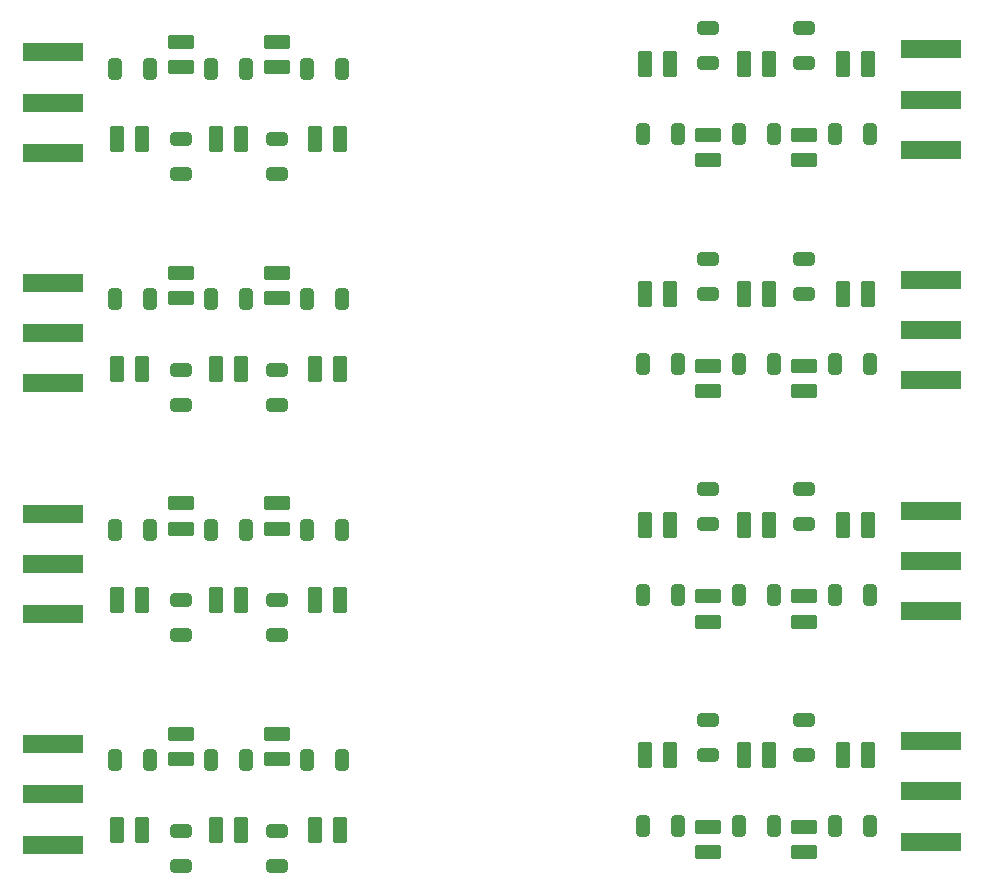
<source format=gbr>
%TF.GenerationSoftware,KiCad,Pcbnew,(6.0.10)*%
%TF.CreationDate,2023-02-03T22:17:50+05:30*%
%TF.ProjectId,Diplexer Panel,4469706c-6578-4657-9220-50616e656c2e,rev?*%
%TF.SameCoordinates,Original*%
%TF.FileFunction,Paste,Top*%
%TF.FilePolarity,Positive*%
%FSLAX46Y46*%
G04 Gerber Fmt 4.6, Leading zero omitted, Abs format (unit mm)*
G04 Created by KiCad (PCBNEW (6.0.10)) date 2023-02-03 22:17:50*
%MOMM*%
%LPD*%
G01*
G04 APERTURE LIST*
G04 Aperture macros list*
%AMRoundRect*
0 Rectangle with rounded corners*
0 $1 Rounding radius*
0 $2 $3 $4 $5 $6 $7 $8 $9 X,Y pos of 4 corners*
0 Add a 4 corners polygon primitive as box body*
4,1,4,$2,$3,$4,$5,$6,$7,$8,$9,$2,$3,0*
0 Add four circle primitives for the rounded corners*
1,1,$1+$1,$2,$3*
1,1,$1+$1,$4,$5*
1,1,$1+$1,$6,$7*
1,1,$1+$1,$8,$9*
0 Add four rect primitives between the rounded corners*
20,1,$1+$1,$2,$3,$4,$5,0*
20,1,$1+$1,$4,$5,$6,$7,0*
20,1,$1+$1,$6,$7,$8,$9,0*
20,1,$1+$1,$8,$9,$2,$3,0*%
G04 Aperture macros list end*
%ADD10RoundRect,0.250000X0.325000X0.650000X-0.325000X0.650000X-0.325000X-0.650000X0.325000X-0.650000X0*%
%ADD11RoundRect,0.250000X-0.650000X0.325000X-0.650000X-0.325000X0.650000X-0.325000X0.650000X0.325000X0*%
%ADD12RoundRect,0.250000X-0.375000X-0.850000X0.375000X-0.850000X0.375000X0.850000X-0.375000X0.850000X0*%
%ADD13RoundRect,0.250000X-0.850000X0.375000X-0.850000X-0.375000X0.850000X-0.375000X0.850000X0.375000X0*%
%ADD14RoundRect,0.250000X0.650000X-0.325000X0.650000X0.325000X-0.650000X0.325000X-0.650000X-0.325000X0*%
%ADD15RoundRect,0.250000X0.850000X-0.375000X0.850000X0.375000X-0.850000X0.375000X-0.850000X-0.375000X0*%
%ADD16R,5.080000X1.500000*%
%ADD17RoundRect,0.250000X0.375000X0.850000X-0.375000X0.850000X-0.375000X-0.850000X0.375000X-0.850000X0*%
%ADD18RoundRect,0.250000X-0.325000X-0.650000X0.325000X-0.650000X0.325000X0.650000X-0.325000X0.650000X0*%
G04 APERTURE END LIST*
D10*
%TO.C,C1*%
X135767000Y-91580000D03*
X132817000Y-91580000D03*
%TD*%
D11*
%TO.C,C2*%
X174900000Y-88167000D03*
X174900000Y-91117000D03*
%TD*%
D12*
%TO.C,L4*%
X169761000Y-71640000D03*
X171911000Y-71640000D03*
%TD*%
D13*
%TO.C,L2*%
X122100000Y-89329000D03*
X122100000Y-91479000D03*
%TD*%
D14*
%TO.C,C2*%
X130228000Y-61463000D03*
X130228000Y-58513000D03*
%TD*%
D12*
%TO.C,L3*%
X178143000Y-91166000D03*
X180293000Y-91166000D03*
%TD*%
%TO.C,L3*%
X178143000Y-32588000D03*
X180293000Y-32588000D03*
%TD*%
D13*
%TO.C,L2*%
X122100000Y-30751000D03*
X122100000Y-32901000D03*
%TD*%
D15*
%TO.C,L1*%
X166772000Y-99353000D03*
X166772000Y-97203000D03*
%TD*%
D12*
%TO.C,L3*%
X178143000Y-52114000D03*
X180293000Y-52114000D03*
%TD*%
D16*
%TO.C,2m+70cm*%
X185666500Y-55162000D03*
X185666500Y-59412000D03*
X185666500Y-50912000D03*
%TD*%
D10*
%TO.C,C2*%
X127639000Y-91580000D03*
X124689000Y-91580000D03*
%TD*%
D17*
%TO.C,L5*%
X135621000Y-97516000D03*
X133471000Y-97516000D03*
%TD*%
D18*
%TO.C,C1*%
X161233000Y-38524000D03*
X164183000Y-38524000D03*
%TD*%
D15*
%TO.C,L2*%
X174900000Y-60301000D03*
X174900000Y-58151000D03*
%TD*%
D12*
%TO.C,L5*%
X161379000Y-71640000D03*
X163529000Y-71640000D03*
%TD*%
D15*
%TO.C,L1*%
X166772000Y-79827000D03*
X166772000Y-77677000D03*
%TD*%
D11*
%TO.C,C2*%
X166772000Y-68641000D03*
X166772000Y-71591000D03*
%TD*%
D16*
%TO.C,2m+70cm*%
X111333500Y-94468000D03*
X111333500Y-98718000D03*
X111333500Y-90218000D03*
%TD*%
D14*
%TO.C,C2*%
X122100000Y-61463000D03*
X122100000Y-58513000D03*
%TD*%
D15*
%TO.C,L1*%
X166772000Y-40775000D03*
X166772000Y-38625000D03*
%TD*%
D18*
%TO.C,C3*%
X177489000Y-38524000D03*
X180439000Y-38524000D03*
%TD*%
%TO.C,C2*%
X169361000Y-58050000D03*
X172311000Y-58050000D03*
%TD*%
D17*
%TO.C,L4*%
X127239000Y-97516000D03*
X125089000Y-97516000D03*
%TD*%
%TO.C,L3*%
X118857000Y-38938000D03*
X116707000Y-38938000D03*
%TD*%
D11*
%TO.C,C2*%
X174900000Y-68641000D03*
X174900000Y-71591000D03*
%TD*%
D10*
%TO.C,C3*%
X119511000Y-33002000D03*
X116561000Y-33002000D03*
%TD*%
D18*
%TO.C,C1*%
X161233000Y-97102000D03*
X164183000Y-97102000D03*
%TD*%
D14*
%TO.C,C2*%
X130228000Y-100515000D03*
X130228000Y-97565000D03*
%TD*%
D16*
%TO.C,2m+70cm*%
X185666500Y-35636000D03*
X185666500Y-31386000D03*
X185666500Y-39886000D03*
%TD*%
D12*
%TO.C,L5*%
X161379000Y-32588000D03*
X163529000Y-32588000D03*
%TD*%
D14*
%TO.C,C2*%
X122100000Y-100515000D03*
X122100000Y-97565000D03*
%TD*%
D12*
%TO.C,L4*%
X169761000Y-91166000D03*
X171911000Y-91166000D03*
%TD*%
D10*
%TO.C,C3*%
X119511000Y-52528000D03*
X116561000Y-52528000D03*
%TD*%
D14*
%TO.C,C2*%
X130228000Y-80989000D03*
X130228000Y-78039000D03*
%TD*%
%TO.C,C2*%
X122100000Y-41937000D03*
X122100000Y-38987000D03*
%TD*%
D10*
%TO.C,C3*%
X119511000Y-72054000D03*
X116561000Y-72054000D03*
%TD*%
D12*
%TO.C,L5*%
X161379000Y-52114000D03*
X163529000Y-52114000D03*
%TD*%
D13*
%TO.C,L2*%
X122100000Y-50277000D03*
X122100000Y-52427000D03*
%TD*%
D16*
%TO.C,2m+70cm*%
X185666500Y-74688000D03*
X185666500Y-78938000D03*
X185666500Y-70438000D03*
%TD*%
D13*
%TO.C,L2*%
X122100000Y-69803000D03*
X122100000Y-71953000D03*
%TD*%
D10*
%TO.C,C2*%
X127639000Y-72054000D03*
X124689000Y-72054000D03*
%TD*%
D11*
%TO.C,C2*%
X166772000Y-88167000D03*
X166772000Y-91117000D03*
%TD*%
D14*
%TO.C,C2*%
X130228000Y-41937000D03*
X130228000Y-38987000D03*
%TD*%
D17*
%TO.C,L4*%
X127239000Y-38938000D03*
X125089000Y-38938000D03*
%TD*%
D15*
%TO.C,L2*%
X174900000Y-40775000D03*
X174900000Y-38625000D03*
%TD*%
D18*
%TO.C,C3*%
X177489000Y-97102000D03*
X180439000Y-97102000D03*
%TD*%
D16*
%TO.C,2m+70cm*%
X185666500Y-94214000D03*
X185666500Y-98464000D03*
X185666500Y-89964000D03*
%TD*%
%TO.C,2m+70cm*%
X111333500Y-35890000D03*
X111333500Y-40140000D03*
X111333500Y-31640000D03*
%TD*%
D12*
%TO.C,L5*%
X161379000Y-91166000D03*
X163529000Y-91166000D03*
%TD*%
D18*
%TO.C,C1*%
X161233000Y-77576000D03*
X164183000Y-77576000D03*
%TD*%
D15*
%TO.C,L2*%
X174900000Y-79827000D03*
X174900000Y-77677000D03*
%TD*%
D10*
%TO.C,C1*%
X135767000Y-33002000D03*
X132817000Y-33002000D03*
%TD*%
D17*
%TO.C,L3*%
X118857000Y-77990000D03*
X116707000Y-77990000D03*
%TD*%
D11*
%TO.C,C2*%
X166772000Y-29589000D03*
X166772000Y-32539000D03*
%TD*%
D10*
%TO.C,C2*%
X127639000Y-33002000D03*
X124689000Y-33002000D03*
%TD*%
D17*
%TO.C,L5*%
X135621000Y-38938000D03*
X133471000Y-38938000D03*
%TD*%
D13*
%TO.C,L1*%
X130228000Y-30751000D03*
X130228000Y-32901000D03*
%TD*%
D17*
%TO.C,L3*%
X118857000Y-58464000D03*
X116707000Y-58464000D03*
%TD*%
D18*
%TO.C,C3*%
X177489000Y-58050000D03*
X180439000Y-58050000D03*
%TD*%
D12*
%TO.C,L4*%
X169761000Y-52114000D03*
X171911000Y-52114000D03*
%TD*%
D17*
%TO.C,L4*%
X127239000Y-77990000D03*
X125089000Y-77990000D03*
%TD*%
D13*
%TO.C,L1*%
X130228000Y-50277000D03*
X130228000Y-52427000D03*
%TD*%
D14*
%TO.C,C2*%
X122100000Y-80989000D03*
X122100000Y-78039000D03*
%TD*%
D12*
%TO.C,L3*%
X178143000Y-71640000D03*
X180293000Y-71640000D03*
%TD*%
D18*
%TO.C,C1*%
X161233000Y-58050000D03*
X164183000Y-58050000D03*
%TD*%
D11*
%TO.C,C2*%
X174900000Y-29589000D03*
X174900000Y-32539000D03*
%TD*%
D18*
%TO.C,C3*%
X177489000Y-77576000D03*
X180439000Y-77576000D03*
%TD*%
D10*
%TO.C,C2*%
X127639000Y-52528000D03*
X124689000Y-52528000D03*
%TD*%
D17*
%TO.C,L3*%
X118857000Y-97516000D03*
X116707000Y-97516000D03*
%TD*%
D10*
%TO.C,C1*%
X135767000Y-72054000D03*
X132817000Y-72054000D03*
%TD*%
D15*
%TO.C,L1*%
X166772000Y-60301000D03*
X166772000Y-58151000D03*
%TD*%
D17*
%TO.C,L4*%
X127239000Y-58464000D03*
X125089000Y-58464000D03*
%TD*%
D10*
%TO.C,C3*%
X119511000Y-91580000D03*
X116561000Y-91580000D03*
%TD*%
D17*
%TO.C,L5*%
X135621000Y-77990000D03*
X133471000Y-77990000D03*
%TD*%
D13*
%TO.C,L1*%
X130228000Y-89329000D03*
X130228000Y-91479000D03*
%TD*%
D11*
%TO.C,C2*%
X174900000Y-49115000D03*
X174900000Y-52065000D03*
%TD*%
D18*
%TO.C,C2*%
X169361000Y-97102000D03*
X172311000Y-97102000D03*
%TD*%
D13*
%TO.C,L1*%
X130228000Y-69803000D03*
X130228000Y-71953000D03*
%TD*%
D11*
%TO.C,C2*%
X166772000Y-49115000D03*
X166772000Y-52065000D03*
%TD*%
D17*
%TO.C,L5*%
X135621000Y-58464000D03*
X133471000Y-58464000D03*
%TD*%
D10*
%TO.C,C1*%
X135767000Y-52528000D03*
X132817000Y-52528000D03*
%TD*%
D16*
%TO.C,2m+70cm*%
X111333500Y-55416000D03*
X111333500Y-59666000D03*
X111333500Y-51166000D03*
%TD*%
D18*
%TO.C,C2*%
X169361000Y-77576000D03*
X172311000Y-77576000D03*
%TD*%
D16*
%TO.C,2m+70cm*%
X111333500Y-74942000D03*
X111333500Y-79192000D03*
X111333500Y-70692000D03*
%TD*%
D18*
%TO.C,C2*%
X169361000Y-38524000D03*
X172311000Y-38524000D03*
%TD*%
D15*
%TO.C,L2*%
X174900000Y-99353000D03*
X174900000Y-97203000D03*
%TD*%
D12*
%TO.C,L4*%
X169761000Y-32588000D03*
X171911000Y-32588000D03*
%TD*%
M02*

</source>
